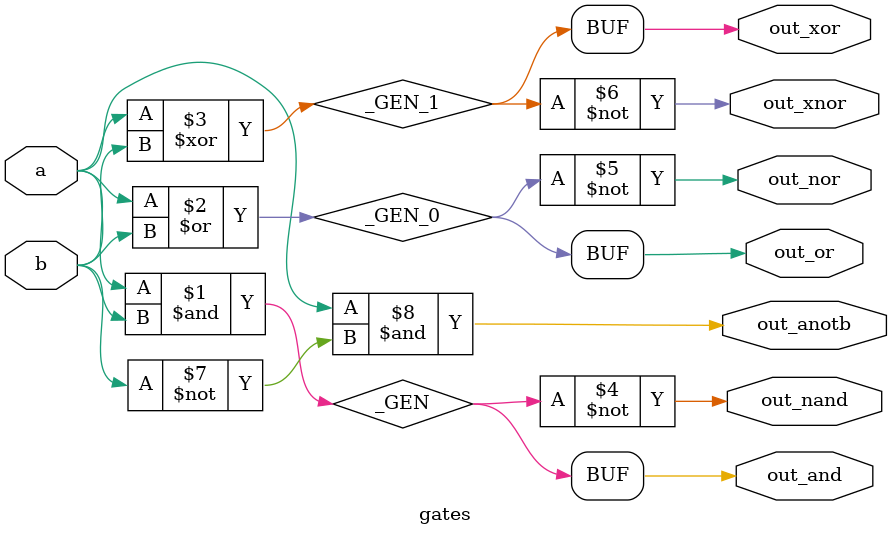
<source format=v>
module gates(	// file.cleaned.mlir:2:3
  input  a,	// file.cleaned.mlir:2:23
         b,	// file.cleaned.mlir:2:35
  output out_and,	// file.cleaned.mlir:2:48
         out_or,	// file.cleaned.mlir:2:66
         out_xor,	// file.cleaned.mlir:2:83
         out_nand,	// file.cleaned.mlir:2:101
         out_nor,	// file.cleaned.mlir:2:120
         out_xnor,	// file.cleaned.mlir:2:138
         out_anotb	// file.cleaned.mlir:2:157
);

  wire _GEN = a & b;	// file.cleaned.mlir:4:10
  wire _GEN_0 = a | b;	// file.cleaned.mlir:5:10
  wire _GEN_1 = a ^ b;	// file.cleaned.mlir:6:10
  assign out_and = _GEN;	// file.cleaned.mlir:4:10, :12:5
  assign out_or = _GEN_0;	// file.cleaned.mlir:5:10, :12:5
  assign out_xor = _GEN_1;	// file.cleaned.mlir:6:10, :12:5
  assign out_nand = ~_GEN;	// file.cleaned.mlir:4:10, :7:10, :12:5
  assign out_nor = ~_GEN_0;	// file.cleaned.mlir:5:10, :8:10, :12:5
  assign out_xnor = ~_GEN_1;	// file.cleaned.mlir:6:10, :9:10, :12:5
  assign out_anotb = a & ~b;	// file.cleaned.mlir:10:10, :11:10, :12:5
endmodule


</source>
